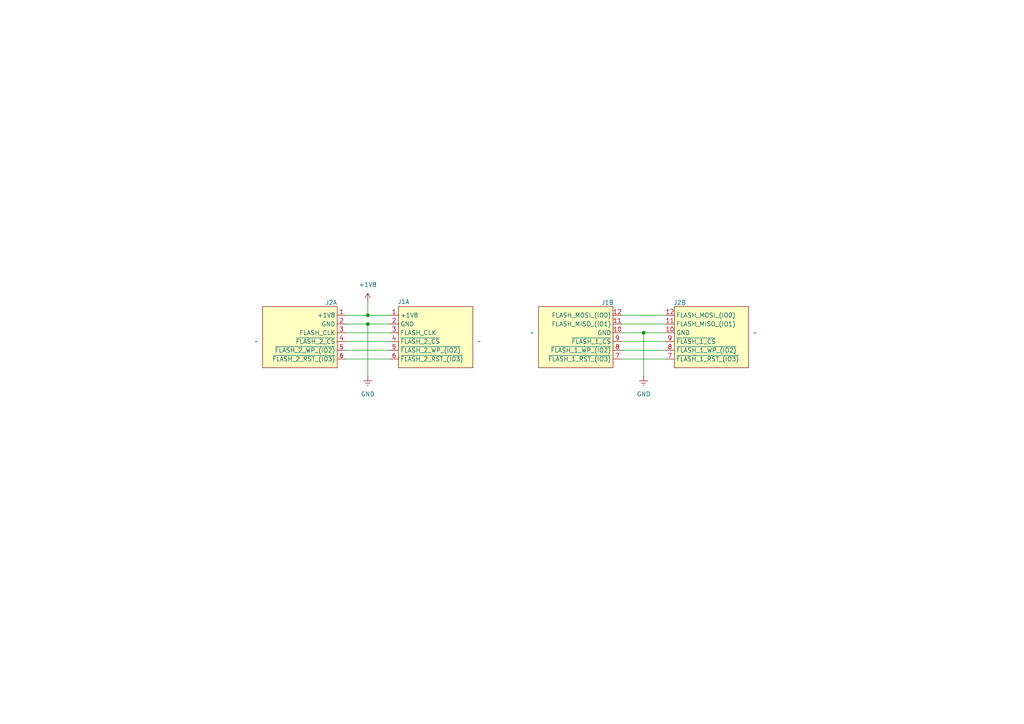
<source format=kicad_sch>
(kicad_sch (version 20231120) (generator "eeschema") (generator_version "8.0")
  (paper "A4")
  (lib_symbols
    (symbol "X-MODs_SchLib:Memory_Board_Header_Conn_2.54mm" (in_bom no)
      (property "Reference" "J" (at 0.508 1.524 0))
      (symbol "Memory_Board_Header_Conn_2.54mm_1_1"
        (rectangle (start 0 0) (end 21.59 -17.78) (stroke (width 0) (color 128 0 0 1)) (fill (type background)))
        (pin passive line (at -2.54 -2.54 0) (length 2.54) (name "+1V8") (number "1"))
        (pin passive line (at -2.54 -5.08 0) (length 2.54) (name "GND") (number "2"))
        (pin passive line (at -2.54 -7.62 0) (length 2.54) (name "FLASH_CLK") (number "3"))
        (pin passive line (at -2.54 -10.16 0) (length 2.54) (name "~{FLASH_2_CS}") (number "4"))
        (pin passive line (at -2.54 -12.7 0) (length 2.54) (name "~{FLASH_2_WP_(IO2)}") (number "5"))
        (pin passive line (at -2.54 -15.24 0) (length 2.54) (name "~{FLASH_2_RST_(IO3)}") (number "6"))
      )
      (symbol "Memory_Board_Header_Conn_2.54mm_2_1"
        (rectangle (start 0 0) (end 21.59 -17.78) (stroke (width 0) (color 128 0 0 1)) (fill (type background)))
        (pin passive line (at -2.54 -10.16 0) (length 2.54) (name "GND") (number "10"))
        (pin passive line (at -2.54 -12.7 0) (length 2.54) (name "FLASH_MISO_(IO1)") (number "11"))
        (pin passive line (at -2.54 -15.24 0) (length 2.54) (name "FLASH_MOSI_(IO0)") (number "12"))
        (pin passive line (at -2.54 -2.54 0) (length 2.54) (name "~{FLASH_1_RST_(IO3)}") (number "7"))
        (pin passive line (at -2.54 -5.08 0) (length 2.54) (name "~{FLASH_1_WP_(IO2)}") (number "8"))
        (pin passive line (at -2.54 -7.62 0) (length 2.54) (name "~{FLASH_1_CS}") (number "9"))
      )
    )
    (symbol "X-MODs_SchLib:Memory_Board_Socket_Conn_1.27mm" (in_bom no)
      (property "Reference" "J" (at 0.508 1.524 0))
      (symbol "Memory_Board_Socket_Conn_1.27mm_1_1"
        (rectangle (start 0 0) (end 21.59 -17.78) (stroke (width 0) (color 128 0 0 1)) (fill (type background)))
        (pin passive line (at -2.54 -2.54 0) (length 2.54) (name "+1V8") (number "1"))
        (pin passive line (at -2.54 -5.08 0) (length 2.54) (name "GND") (number "2"))
        (pin passive line (at -2.54 -7.62 0) (length 2.54) (name "FLASH_CLK") (number "3"))
        (pin passive line (at -2.54 -10.16 0) (length 2.54) (name "~{FLASH_2_CS}") (number "4"))
        (pin passive line (at -2.54 -12.7 0) (length 2.54) (name "~{FLASH_2_WP_(IO2)}") (number "5"))
        (pin passive line (at -2.54 -15.24 0) (length 2.54) (name "~{FLASH_2_RST_(IO3)}") (number "6"))
      )
      (symbol "Memory_Board_Socket_Conn_1.27mm_2_1"
        (rectangle (start 0 0) (end 21.59 -17.78) (stroke (width 0) (color 128 0 0 1)) (fill (type background)))
        (pin passive line (at -2.54 -10.16 0) (length 2.54) (name "GND") (number "10"))
        (pin passive line (at -2.54 -12.7 0) (length 2.54) (name "FLASH_MISO_(IO1)") (number "11"))
        (pin passive line (at -2.54 -15.24 0) (length 2.54) (name "FLASH_MOSI_(IO0)") (number "12"))
        (pin passive line (at -2.54 -2.54 0) (length 2.54) (name "~{FLASH_1_RST_(IO3)}") (number "7"))
        (pin passive line (at -2.54 -5.08 0) (length 2.54) (name "~{FLASH_1_WP_(IO2)}") (number "8"))
        (pin passive line (at -2.54 -7.62 0) (length 2.54) (name "~{FLASH_1_CS}") (number "9"))
      )
    )
    (symbol "power:+1V8" (power) (pin_numbers hide) (pin_names (offset 0) hide)
      (property "Value" "+1V8" (at 0 3.556 0))
      (symbol "+1V8_0_1"
        (polyline (pts (xy -0.762 1.27) (xy 0 2.54)))
        (polyline (pts (xy 0 0) (xy 0 2.54)))
        (polyline (pts (xy 0 2.54) (xy 0.762 1.27)))
      )
      (symbol "+1V8_1_1"
        (pin power_in line (at 0 0 90) (length 0) (name "~") (number "1"))
      )
    )
    (symbol "power:Earth" (power) (pin_numbers hide) (pin_names (offset 0) hide)
      (property "Value" "Earth" (at 0 -3.81 0))
      (symbol "Earth_0_1"
        (polyline (pts (xy -0.635 -1.905) (xy 0.635 -1.905)))
        (polyline (pts (xy -0.127 -2.54) (xy 0.127 -2.54)))
        (polyline (pts (xy 0 -1.27) (xy 0 0)))
        (polyline (pts (xy 1.27 -1.27) (xy -1.27 -1.27)))
      )
      (symbol "Earth_1_1"
        (pin power_in line (at 0 0 270) (length 0) (name "~") (number "1"))
      )
    )
  )
  (junction (at 106.68 93.98))
  (junction (at 186.69 96.52))
  (junction (at 106.68 91.44))
  (wire (pts (xy 186.69 96.52) (xy 180.34 96.52)))
  (wire (pts (xy 113.03 101.6) (xy 100.33 101.6)))
  (wire (pts (xy 193.04 101.6) (xy 180.34 101.6)))
  (wire (pts (xy 193.04 99.06) (xy 180.34 99.06)))
  (wire (pts (xy 106.68 93.98) (xy 100.33 93.98)))
  (wire (pts (xy 106.68 93.98) (xy 106.68 109.22)))
  (wire (pts (xy 113.03 104.14) (xy 100.33 104.14)))
  (wire (pts (xy 193.04 91.44) (xy 180.34 91.44)))
  (wire (pts (xy 113.03 93.98) (xy 106.68 93.98)))
  (wire (pts (xy 186.69 109.22) (xy 186.69 96.52)))
  (wire (pts (xy 193.04 93.98) (xy 180.34 93.98)))
  (wire (pts (xy 106.68 87.63) (xy 106.68 91.44)))
  (wire (pts (xy 193.04 104.14) (xy 180.34 104.14)))
  (wire (pts (xy 113.03 91.44) (xy 106.68 91.44)))
  (wire (pts (xy 113.03 99.06) (xy 100.33 99.06)))
  (wire (pts (xy 106.68 91.44) (xy 100.33 91.44)))
  (wire (pts (xy 193.04 96.52) (xy 186.69 96.52)))
  (wire (pts (xy 113.03 96.52) (xy 100.33 96.52)))
  (symbol (lib_id "power:Earth") (at 106.68 109.22 0) (unit 1)
    (property "Reference" "#PWR01" (effects (hide yes)))
    (property "Value" "GND" (at 106.68 114.3 0))
    (property "Description" "Power symbol creates a global label with name \"Earth\"" (effects (hide yes)))
  )
  (symbol (lib_id "X-MODs_SchLib:Memory_Board_Header_Conn_2.54mm") (at 195.58 106.68 0) (mirror x) (unit 2) (in_bom no)
    (property "Reference" "J2" (at 195.326 87.7571 0) (effects (justify left)))
    (property "Value" "~" (at 218.44 96.52 0) (effects (justify left)))
    (property "Footprint" "X-MODs_PcbLib:Memory_Board_Header_Conn_2.54mm" (effects (hide yes)))
    (property "Description" "Analog_Board_Castellated_Conn_1.27mm" (effects (hide yes)))
  )
  (symbol (lib_id "power:Earth") (at 186.69 109.22 0) (unit 1)
    (property "Reference" "#PWR02" (effects (hide yes)))
    (property "Value" "GND" (at 186.69 114.3 0))
    (property "Description" "Power symbol creates a global label with name \"Earth\"" (effects (hide yes)))
  )
  (symbol (lib_id "X-MODs_SchLib:Memory_Board_Header_Conn_2.54mm") (at 97.79 88.9 0) (mirror y) (unit 1) (in_bom no)
    (property "Reference" "J2" (at 97.79 87.7569 0) (effects (justify left)))
    (property "Value" "~" (at 74.93 99.06 0) (effects (justify left)))
    (property "Footprint" "X-MODs_PcbLib:Memory_Board_Header_Conn_2.54mm" (effects (hide yes)))
    (property "Description" "Analog_Board_Castellated_Conn_1.27mm" (effects (hide yes)))
  )
  (symbol (lib_id "X-MODs_SchLib:Memory_Board_Socket_Conn_1.27mm") (at 115.57 88.9 0) (unit 1) (in_bom no)
    (property "Reference" "J1" (at 115.316 87.5029 0) (effects (justify left)))
    (property "Value" "~" (at 138.43 99.06 0) (effects (justify left)))
    (property "Footprint" "X-MODs_PcbLib:Memory_Board_Socket_Conn_1.27mm" (effects (hide yes)))
    (property "Description" "Analog_Board_Castellated_Conn_1.27mm" (effects (hide yes)))
  )
  (symbol (lib_id "power:+1V8") (at 106.68 87.63 0) (unit 1)
    (property "Reference" "#PWR03" (effects (hide yes)))
    (property "Value" "+1V8" (at 106.68 82.55 0))
    (property "Description" "Power symbol creates a global label with name \"+1V8\"" (effects (hide yes)))
  )
  (symbol (lib_id "X-MODs_SchLib:Memory_Board_Socket_Conn_1.27mm") (at 177.8 106.68 180) (unit 2) (in_bom no)
    (property "Reference" "J1" (at 178.054 87.7571 0) (effects (justify left)))
    (property "Value" "~" (at 154.94 96.52 0) (effects (justify left)))
    (property "Footprint" "X-MODs_PcbLib:Memory_Board_Socket_Conn_1.27mm" (effects (hide yes)))
    (property "Description" "Analog_Board_Castellated_Conn_1.27mm" (effects (hide yes)))
  )
)
</source>
